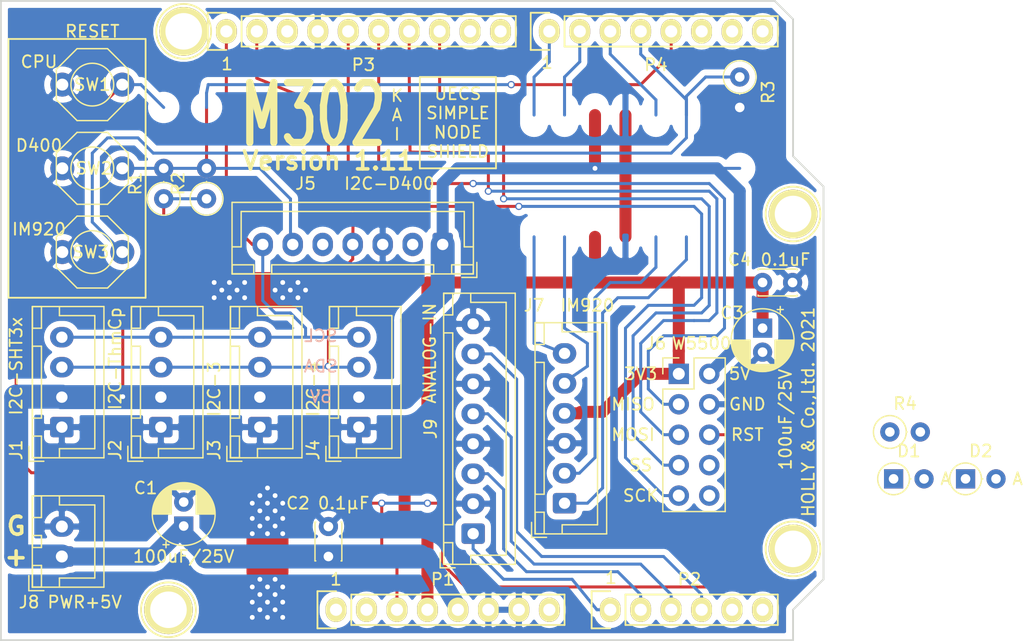
<source format=kicad_pcb>
(kicad_pcb (version 20171130) (host pcbnew 5.1.6-c6e7f7d~87~ubuntu18.04.1)
  (title_block (date "lun. 30 mars 2015"))
  (layers (0 F.Cu signal) (31 B.Cu signal) (34 B.Paste user hide) (35 F.Paste user hide) (36 B.SilkS user) (37 F.SilkS user) (38 B.Mask user) (39 F.Mask user) (44 Edge.Cuts user))
  (net 0 "")
  (net 1 /Reset)
  (net 2 +5V)
  (net 3 GND)
  (net 4 /AREF)
  (net 5 "/A4(SDA)")
  (net 6 "/A5(SCL)")
  (net 7 "/9(**)")
  (net 8 /8)
  (net 9 /7)
  (net 10 "/6(**)")
  (net 11 "/5(**)")
  (net 12 /4)
  (net 13 "/3(**)")
  (net 14 /2)
  (net 15 "/1(Tx)")
  (net 16 "/0(Rx)")
  (net 17 "Net-(P5-Pad1)")
  (net 18 "Net-(P6-Pad1)")
  (net 19 "Net-(P7-Pad1)")
  (net 20 "Net-(P8-Pad1)")
  (net 21 "/13(SCK)")
  (net 22 "/10(**/SS)")
  (net 23 "Net-(P1-Pad1)")
  (net 24 +3V3)
  (net 25 "/12(MISO)")
  (net 26 "/11(**/MOSI)")
  (net 27 "Net-(J5-Pad5)")
  (net 28 "Net-(J5-Pad2)")
  (net 29 "Net-(J6-Pad10)")
  (net 30 "Net-(J6-Pad8)")
  (net 31 "Net-(P1-Pad8)")
  (net 32 "Net-(J9-Pad7)")
  (net 33 "Net-(J9-Pad5)")
  (net 34 "Net-(J9-Pad3)")
  (net 35 "Net-(J9-Pad1)")
  (net 36 "Net-(P2-Pad5)")
  (net 37 "Net-(P2-Pad6)")
  (net 38 "Net-(D1-Pad2)")
  (net 39 "Net-(D2-Pad2)")
  (net 40 "Net-(P1-Pad2)")
  (module Resistor_THT:R_Axial_DIN0207_L6.3mm_D2.5mm_P2.54mm_Vertical (layer F.Cu) (at 185.108629 108.991629)
    (fp_text reference R4 (at 1.27 -2.37) (layer F.SilkS))
    (fp_text value 10k)
    (pad 2 thru_hole oval (at 2.54 0) (size 1.6 1.6) (drill 0.8) (layers *.Cu *.Mask) (net 24 +3V3))
    (pad 1 thru_hole circle (at 0 0) (size 1.6 1.6) (drill 0.8) (layers *.Cu *.Mask) (net 39 "Net-(D2-Pad2)"))
  )
  (module Resistor_THT:R_Axial_DIN0207_L6.3mm_D2.5mm_P2.54mm_Vertical (layer F.Cu) (at 172.593 79.375 270)
    (fp_text reference R3 (at 1.27 -2.37 90) (layer F.SilkS))
    (fp_text value 10k)
    (pad 2 thru_hole oval (at 2.54 0 270) (size 1.6 1.6) (drill 0.8) (layers *.Cu *.Mask) (net 24 +3V3))
    (pad 1 thru_hole circle (at 0 0 270) (size 1.6 1.6) (drill 0.8) (layers *.Cu *.Mask) (net 38 "Net-(D1-Pad2)"))
  )
  (module Resistor_THT:R_Axial_DIN0207_L6.3mm_D2.5mm_P2.54mm_Vertical (layer F.Cu) (at 128.143 89.535 90)
    (fp_text reference R2 (at 1.27 -2.37 90) (layer F.SilkS))
    (fp_text value 10k)
    (pad 2 thru_hole oval (at 2.54 0 90) (size 1.6 1.6) (drill 0.8) (layers *.Cu *.Mask) (net 13 "/3(**)"))
    (pad 1 thru_hole circle (at 0 0 90) (size 1.6 1.6) (drill 0.8) (layers *.Cu *.Mask) (net 2 +5V))
  )
  (module Resistor_THT:R_Axial_DIN0207_L6.3mm_D2.5mm_P2.54mm_Vertical (layer F.Cu) (at 124.571835 89.535 90)
    (fp_text reference R1 (at 1.27 -2.37 90) (layer F.SilkS))
    (fp_text value 10k)
    (pad 2 thru_hole oval (at 2.54 0 90) (size 1.6 1.6) (drill 0.8) (layers *.Cu *.Mask) (net 1 /Reset))
    (pad 1 thru_hole circle (at 0 0 90) (size 1.6 1.6) (drill 0.8) (layers *.Cu *.Mask) (net 2 +5V))
  )
  (module Diode_THT:D_DO-35_SOD27_P2.54mm_Vertical_AnodeUp (layer F.Cu) (at 191.42 112.903)
    (fp_text reference D2 (at 1.27 -2.326371) (layer F.SilkS))
    (fp_text value 1N4148)
    (fp_text user A (at 4.34 0) (layer F.SilkS))
    (pad 2 thru_hole oval (at 2.54 0) (size 1.6 1.6) (drill 0.8) (layers *.Cu *.Mask) (net 39 "Net-(D2-Pad2)"))
    (pad 1 thru_hole rect (at 0 0) (size 1.6 1.6) (drill 0.8) (layers *.Cu *.Mask) (net 12 /4))
  )
  (module Diode_THT:D_DO-35_SOD27_P2.54mm_Vertical_AnodeUp (layer F.Cu) (at 185.42 112.903)
    (fp_text reference D1 (at 1.27 -2.326371) (layer F.SilkS))
    (fp_text value 1N4148)
    (fp_text user A (at 4.34 0) (layer F.SilkS))
    (pad 2 thru_hole oval (at 2.54 0) (size 1.6 1.6) (drill 0.8) (layers *.Cu *.Mask) (net 38 "Net-(D1-Pad2)"))
    (pad 1 thru_hole rect (at 0 0) (size 1.6 1.6) (drill 0.8) (layers *.Cu *.Mask) (net 9 /7))
  )
  (module Capacitor_THT:C_Disc_D3.0mm_W2.0mm_P2.50mm (layer F.Cu) (at 174.498 96.52)
    (fp_text reference C4 (at -1.905 -1.905) (layer F.SilkS))
    (fp_text value 0.1uF (at 1.905 -1.905) (layer F.SilkS))
    (pad 2 thru_hole circle (at 2.5 0) (size 1.6 1.6) (drill 0.8) (layers *.Cu *.Mask) (net 3 GND))
    (pad 1 thru_hole circle (at 0 0) (size 1.6 1.6) (drill 0.8) (layers *.Cu *.Mask) (net 24 +3V3))
  )
  (module Capacitor_THT:CP_Radial_D5.0mm_P2.00mm (layer F.Cu) (at 174.498 100.33 270)
    (fp_text reference C3 (at -1.27 2.54 180) (layer F.SilkS))
    (fp_text value 100uF/25V (at 7.62 -1.905 90) (layer F.SilkS))
    (pad 2 thru_hole circle (at 2 0 270) (size 1.6 1.6) (drill 0.8) (layers *.Cu *.Mask) (net 3 GND))
    (pad 1 thru_hole rect (at 0 0 270) (size 1.6 1.6) (drill 0.8) (layers *.Cu *.Mask) (net 24 +3V3))
  )
  (module Capacitor_THT:C_Disc_D3.0mm_W2.0mm_P2.50mm (layer F.Cu) (at 138.303 119.38 90)
    (fp_text reference C2 (at 4.445 -2.54 180) (layer F.SilkS))
    (fp_text value 0.1μF (at 4.445 1.27 180) (layer F.SilkS))
    (pad 2 thru_hole circle (at 2.5 0 90) (size 1.6 1.6) (drill 0.8) (layers *.Cu *.Mask) (net 3 GND))
    (pad 1 thru_hole circle (at 0 0 90) (size 1.6 1.6) (drill 0.8) (layers *.Cu *.Mask) (net 2 +5V))
  )
  (module Connector_JST:JST_XH_B8B-XH-A_1x08_P2.50mm_Vertical (layer F.Cu) (at 150.368 117.475 90)
    (fp_text reference J9 (at 8.75 -3.55 90) (layer F.SilkS))
    (fp_text value ANALOG-IN (at 15.0495 -3.6195 90) (layer F.SilkS))
    (pad 8 thru_hole oval (at 17.5 0 90) (size 1.7 1.95) (drill 0.95) (layers *.Cu *.Mask) (net 3 GND))
    (pad 7 thru_hole oval (at 15 0 90) (size 1.7 1.95) (drill 0.95) (layers *.Cu *.Mask) (net 32 "Net-(J9-Pad7)"))
    (pad 6 thru_hole oval (at 12.5 0 90) (size 1.7 1.95) (drill 0.95) (layers *.Cu *.Mask) (net 3 GND))
    (pad 5 thru_hole oval (at 10 0 90) (size 1.7 1.95) (drill 0.95) (layers *.Cu *.Mask) (net 33 "Net-(J9-Pad5)"))
    (pad 4 thru_hole oval (at 7.5 0 90) (size 1.7 1.95) (drill 0.95) (layers *.Cu *.Mask) (net 3 GND))
    (pad 3 thru_hole oval (at 5 0 90) (size 1.7 1.95) (drill 0.95) (layers *.Cu *.Mask) (net 34 "Net-(J9-Pad3)"))
    (pad 2 thru_hole oval (at 2.5 0 90) (size 1.7 1.95) (drill 0.95) (layers *.Cu *.Mask) (net 3 GND))
    (pad 1 thru_hole roundrect (at 0 0 90) (size 1.7 1.95) (drill 0.95) (layers *.Cu *.Mask) (roundrect_rratio 0.147059) (net 35 "Net-(J9-Pad1)"))
  )
  (module Connector_JST:JST_XH_B7B-XH-A_1x07_P2.50mm_Vertical (layer F.Cu) (at 147.828 93.345 180)
    (fp_text reference J5 (at 11.43 5.08) (layer F.SilkS))
    (fp_text value I2C-D400 (at 4.445 5.08) (layer F.SilkS))
    (pad 7 thru_hole oval (at 15 0 180) (size 1.7 1.95) (drill 0.95) (layers *.Cu *.Mask) (net 6 "/A5(SCL)"))
    (pad 6 thru_hole oval (at 12.5 0 180) (size 1.7 1.95) (drill 0.95) (layers *.Cu *.Mask) (net 13 "/3(**)"))
    (pad 5 thru_hole oval (at 10 0 180) (size 1.7 1.95) (drill 0.95) (layers *.Cu *.Mask) (net 27 "Net-(J5-Pad5)"))
    (pad 4 thru_hole oval (at 7.5 0 180) (size 1.7 1.95) (drill 0.95) (layers *.Cu *.Mask) (net 5 "/A4(SDA)"))
    (pad 3 thru_hole oval (at 5 0 180) (size 1.7 1.95) (drill 0.95) (layers *.Cu *.Mask) (net 3 GND))
    (pad 2 thru_hole oval (at 2.5 0 180) (size 1.7 1.95) (drill 0.95) (layers *.Cu *.Mask) (net 28 "Net-(J5-Pad2)"))
    (pad 1 thru_hole roundrect (at 0 0 180) (size 1.7 1.95) (drill 0.95) (layers *.Cu *.Mask) (roundrect_rratio 0.147059) (net 2 +5V))
  )
  (module HOLLY:TVDT18-050 (layer F.Cu) (at 118.618 93.98 180)
    (fp_text reference SW3 (at 0.127 0) (layer F.SilkS))
    (fp_text value IM920 (at 4.445 1.905) (layer F.SilkS))
    (pad 2 thru_hole circle (at 2.5 0 180) (size 2 2) (drill 1) (layers *.Cu *.Mask) (net 3 GND))
    (pad 1 thru_hole circle (at -2.5 0 180) (size 2 2) (drill 1) (layers *.Cu *.Mask) (net 39 "Net-(D2-Pad2)"))
  )
  (module Connector_JST:JST_XH_B2B-XH-A_1x02_P2.50mm_Vertical (layer F.Cu) (at 116.078 119.38 90)
    (fp_text reference J8 (at -3.81 -2.7305 180) (layer F.SilkS))
    (fp_text value PWR+5V (at -3.81 1.905 180) (layer F.SilkS))
    (pad 2 thru_hole oval (at 2.5 0 90) (size 1.7 2) (drill 1) (layers *.Cu *.Mask) (net 3 GND))
    (pad 1 thru_hole roundrect (at 0 0 90) (size 1.7 2) (drill 1) (layers *.Cu *.Mask) (roundrect_rratio 0.147059) (net 2 +5V))
  )
  (module Capacitor_THT:CP_Radial_D5.0mm_P2.00mm (layer F.Cu) (at 126.238 116.84 90)
    (fp_text reference C1 (at 3.175 -3.175 180) (layer F.SilkS))
    (fp_text value 100uF/25V (at -2.54 0 180) (layer F.SilkS))
    (pad 2 thru_hole circle (at 2 0 90) (size 1.6 1.6) (drill 0.8) (layers *.Cu *.Mask) (net 3 GND))
    (pad 1 thru_hole rect (at 0 0 90) (size 1.6 1.6) (drill 0.8) (layers *.Cu *.Mask) (net 2 +5V))
  )
  (module Connector_JST:JST_XH_B6B-XH-A_1x06_P2.50mm_Vertical (layer F.Cu) (at 157.988 114.935 90)
    (fp_text reference J7 (at 16.51 -2.54 180) (layer F.SilkS))
    (fp_text value IM920 (at 16.51 1.905 180) (layer F.SilkS))
    (pad 6 thru_hole oval (at 12.5 0 90) (size 1.7 1.95) (drill 0.95) (layers *.Cu *.Mask) (net 38 "Net-(D1-Pad2)"))
    (pad 5 thru_hole oval (at 10 0 90) (size 1.7 1.95) (drill 0.95) (layers *.Cu *.Mask) (net 10 "/6(**)"))
    (pad 4 thru_hole oval (at 7.5 0 90) (size 1.7 1.95) (drill 0.95) (layers *.Cu *.Mask) (net 24 +3V3))
    (pad 3 thru_hole oval (at 5 0 90) (size 1.7 1.95) (drill 0.95) (layers *.Cu *.Mask) (net 3 GND))
    (pad 2 thru_hole oval (at 2.5 0 90) (size 1.7 1.95) (drill 0.95) (layers *.Cu *.Mask) (net 11 "/5(**)"))
    (pad 1 thru_hole roundrect (at 0 0 90) (size 1.7 1.95) (drill 0.95) (layers *.Cu *.Mask) (roundrect_rratio 0.147059) (net 39 "Net-(D2-Pad2)"))
  )
  (module Connector_PinHeader_2.54mm:PinHeader_2x05_P2.54mm_Vertical (layer F.Cu) (at 167.513 104.14)
    (fp_text reference J6 (at -1.905 -2.54) (layer F.SilkS))
    (fp_text value W5500 (at 1.905 -2.54) (layer F.SilkS))
    (pad 10 thru_hole oval (at 2.54 10.16) (size 1.7 1.7) (drill 1) (layers *.Cu *.Mask) (net 29 "Net-(J6-Pad10)"))
    (pad 9 thru_hole oval (at 0 10.16) (size 1.7 1.7) (drill 1) (layers *.Cu *.Mask) (net 21 "/13(SCK)"))
    (pad 8 thru_hole oval (at 2.54 7.62) (size 1.7 1.7) (drill 1) (layers *.Cu *.Mask) (net 30 "Net-(J6-Pad8)"))
    (pad 7 thru_hole oval (at 0 7.62) (size 1.7 1.7) (drill 1) (layers *.Cu *.Mask) (net 22 "/10(**/SS)"))
    (pad 6 thru_hole oval (at 2.54 5.08) (size 1.7 1.7) (drill 1) (layers *.Cu *.Mask) (net 1 /Reset))
    (pad 5 thru_hole oval (at 0 5.08) (size 1.7 1.7) (drill 1) (layers *.Cu *.Mask) (net 26 "/11(**/MOSI)"))
    (pad 4 thru_hole oval (at 2.54 2.54) (size 1.7 1.7) (drill 1) (layers *.Cu *.Mask) (net 3 GND))
    (pad 3 thru_hole oval (at 0 2.54) (size 1.7 1.7) (drill 1) (layers *.Cu *.Mask) (net 25 "/12(MISO)"))
    (pad 2 thru_hole oval (at 2.54 0) (size 1.7 1.7) (drill 1) (layers *.Cu *.Mask) (net 2 +5V))
    (pad 1 thru_hole rect (at 0 0) (size 1.7 1.7) (drill 1) (layers *.Cu *.Mask) (net 24 +3V3))
  )
  (module HOLLY:TVDT18-050 (layer F.Cu) (at 118.618 80.01)
    (fp_text reference SW1 (at 0 0) (layer F.SilkS))
    (fp_text value CPU (at -4.445 -1.905) (layer F.SilkS))
    (pad 2 thru_hole circle (at 2.5 0) (size 2 2) (drill 1) (layers *.Cu *.Mask) (net 1 /Reset))
    (pad 1 thru_hole circle (at -2.5 0) (size 2 2) (drill 1) (layers *.Cu *.Mask) (net 3 GND))
  )
  (module HOLLY:TVDT18-050 (layer F.Cu) (at 118.618 86.995)
    (fp_text reference SW2 (at 0.127 0) (layer F.SilkS))
    (fp_text value D400 (at -4.445 -1.905) (layer F.SilkS))
    (pad 2 thru_hole circle (at 2.5 0) (size 2 2) (drill 1) (layers *.Cu *.Mask) (net 13 "/3(**)"))
    (pad 1 thru_hole circle (at -2.5 0) (size 2 2) (drill 1) (layers *.Cu *.Mask) (net 3 GND))
  )
  (module Socket_Arduino_Uno:Socket_Strip_Arduino_1x08 (layer F.Cu) (at 138.938 123.825)
    (fp_text reference P1 (at 8.89 -2.54) (layer F.SilkS))
    (fp_text value Power)
    (pad 1 thru_hole oval (at 0 0) (size 1.7272 2.032) (drill 1.016) (layers *.Cu *.Mask F.SilkS) (net 23 "Net-(P1-Pad1)"))
    (pad 2 thru_hole oval (at 2.54 0) (size 1.7272 2.032) (drill 1.016) (layers *.Cu *.Mask F.SilkS) (net 40 "Net-(P1-Pad2)"))
    (pad 3 thru_hole oval (at 5.08 0) (size 1.7272 2.032) (drill 1.016) (layers *.Cu *.Mask F.SilkS) (net 1 /Reset))
    (pad 4 thru_hole oval (at 7.62 0) (size 1.7272 2.032) (drill 1.016) (layers *.Cu *.Mask F.SilkS) (net 24 +3V3))
    (pad 5 thru_hole oval (at 10.16 0) (size 1.7272 2.032) (drill 1.016) (layers *.Cu *.Mask F.SilkS) (net 2 +5V))
    (pad 6 thru_hole oval (at 12.7 0) (size 1.7272 2.032) (drill 1.016) (layers *.Cu *.Mask F.SilkS) (net 3 GND))
    (pad 7 thru_hole oval (at 15.24 0) (size 1.7272 2.032) (drill 1.016) (layers *.Cu *.Mask F.SilkS) (net 3 GND))
    (pad 8 thru_hole oval (at 17.78 0) (size 1.7272 2.032) (drill 1.016) (layers *.Cu *.Mask F.SilkS) (net 31 "Net-(P1-Pad8)"))
  )
  (module Socket_Arduino_Uno:Socket_Strip_Arduino_1x06 (layer F.Cu) (at 161.798 123.825)
    (fp_text reference P2 (at 6.604 -2.54) (layer F.SilkS))
    (fp_text value Analog)
    (pad 1 thru_hole oval (at 0 0) (size 1.7272 2.032) (drill 1.016) (layers *.Cu *.Mask F.SilkS) (net 35 "Net-(J9-Pad1)"))
    (pad 2 thru_hole oval (at 2.54 0) (size 1.7272 2.032) (drill 1.016) (layers *.Cu *.Mask F.SilkS) (net 34 "Net-(J9-Pad3)"))
    (pad 3 thru_hole oval (at 5.08 0) (size 1.7272 2.032) (drill 1.016) (layers *.Cu *.Mask F.SilkS) (net 33 "Net-(J9-Pad5)"))
    (pad 4 thru_hole oval (at 7.62 0) (size 1.7272 2.032) (drill 1.016) (layers *.Cu *.Mask F.SilkS) (net 32 "Net-(J9-Pad7)"))
    (pad 5 thru_hole oval (at 10.16 0) (size 1.7272 2.032) (drill 1.016) (layers *.Cu *.Mask F.SilkS) (net 36 "Net-(P2-Pad5)"))
    (pad 6 thru_hole oval (at 12.7 0) (size 1.7272 2.032) (drill 1.016) (layers *.Cu *.Mask F.SilkS) (net 37 "Net-(P2-Pad6)"))
  )
  (module Socket_Arduino_Uno:Socket_Strip_Arduino_1x10 (layer F.Cu) (at 129.794 75.565)
    (fp_text reference P3 (at 11.43 2.794) (layer F.SilkS))
    (fp_text value Digital)
    (pad 1 thru_hole oval (at 0 0) (size 1.7272 2.032) (drill 1.016) (layers *.Cu *.Mask F.SilkS) (net 6 "/A5(SCL)"))
    (pad 2 thru_hole oval (at 2.54 0) (size 1.7272 2.032) (drill 1.016) (layers *.Cu *.Mask F.SilkS) (net 5 "/A4(SDA)"))
    (pad 3 thru_hole oval (at 5.08 0) (size 1.7272 2.032) (drill 1.016) (layers *.Cu *.Mask F.SilkS) (net 4 /AREF))
    (pad 4 thru_hole oval (at 7.62 0) (size 1.7272 2.032) (drill 1.016) (layers *.Cu *.Mask F.SilkS) (net 3 GND))
    (pad 5 thru_hole oval (at 10.16 0) (size 1.7272 2.032) (drill 1.016) (layers *.Cu *.Mask F.SilkS) (net 21 "/13(SCK)"))
    (pad 6 thru_hole oval (at 12.7 0) (size 1.7272 2.032) (drill 1.016) (layers *.Cu *.Mask F.SilkS) (net 25 "/12(MISO)"))
    (pad 7 thru_hole oval (at 15.24 0) (size 1.7272 2.032) (drill 1.016) (layers *.Cu *.Mask F.SilkS) (net 26 "/11(**/MOSI)"))
    (pad 8 thru_hole oval (at 17.78 0) (size 1.7272 2.032) (drill 1.016) (layers *.Cu *.Mask F.SilkS) (net 22 "/10(**/SS)"))
    (pad 9 thru_hole oval (at 20.32 0) (size 1.7272 2.032) (drill 1.016) (layers *.Cu *.Mask F.SilkS) (net 7 "/9(**)"))
    (pad 10 thru_hole oval (at 22.86 0) (size 1.7272 2.032) (drill 1.016) (layers *.Cu *.Mask F.SilkS) (net 8 /8))
  )
  (module Socket_Arduino_Uno:Socket_Strip_Arduino_1x08 (layer F.Cu) (at 156.718 75.565)
    (fp_text reference P4 (at 8.89 2.794) (layer F.SilkS))
    (fp_text value Digital)
    (pad 1 thru_hole oval (at 0 0) (size 1.7272 2.032) (drill 1.016) (layers *.Cu *.Mask F.SilkS) (net 9 /7))
    (pad 2 thru_hole oval (at 2.54 0) (size 1.7272 2.032) (drill 1.016) (layers *.Cu *.Mask F.SilkS) (net 10 "/6(**)"))
    (pad 3 thru_hole oval (at 5.08 0) (size 1.7272 2.032) (drill 1.016) (layers *.Cu *.Mask F.SilkS) (net 11 "/5(**)"))
    (pad 4 thru_hole oval (at 7.62 0) (size 1.7272 2.032) (drill 1.016) (layers *.Cu *.Mask F.SilkS) (net 12 /4))
    (pad 5 thru_hole oval (at 10.16 0) (size 1.7272 2.032) (drill 1.016) (layers *.Cu *.Mask F.SilkS) (net 13 "/3(**)"))
    (pad 6 thru_hole oval (at 12.7 0) (size 1.7272 2.032) (drill 1.016) (layers *.Cu *.Mask F.SilkS) (net 14 /2))
    (pad 7 thru_hole oval (at 15.24 0) (size 1.7272 2.032) (drill 1.016) (layers *.Cu *.Mask F.SilkS) (net 15 "/1(Tx)"))
    (pad 8 thru_hole oval (at 17.78 0) (size 1.7272 2.032) (drill 1.016) (layers *.Cu *.Mask F.SilkS) (net 16 "/0(Rx)"))
  )
  (module Socket_Arduino_Uno:Arduino_1pin (layer F.Cu) (at 124.968 123.825)
    (fp_text reference P5 hide)
    (fp_text value CONN_01X01 hide)
    (pad 1 thru_hole circle (at 0 0) (size 4.064 4.064) (drill 3.048) (layers *.Cu *.Mask F.SilkS) (net 17 "Net-(P5-Pad1)"))
  )
  (module Socket_Arduino_Uno:Arduino_1pin (layer F.Cu) (at 177.038 118.745)
    (fp_text reference P6 hide)
    (fp_text value CONN_01X01 hide)
    (pad 1 thru_hole circle (at 0 0) (size 4.064 4.064) (drill 3.048) (layers *.Cu *.Mask F.SilkS) (net 18 "Net-(P6-Pad1)"))
  )
  (module Socket_Arduino_Uno:Arduino_1pin (layer F.Cu) (at 126.238 75.565)
    (fp_text reference P7 hide)
    (fp_text value CONN_01X01 hide)
    (pad 1 thru_hole circle (at 0 0) (size 4.064 4.064) (drill 3.048) (layers *.Cu *.Mask F.SilkS) (net 19 "Net-(P7-Pad1)"))
  )
  (module Socket_Arduino_Uno:Arduino_1pin (layer F.Cu) (at 177.038 90.805)
    (fp_text reference P8 hide)
    (fp_text value CONN_01X01 hide)
    (pad 1 thru_hole circle (at 0 0) (size 4.064 4.064) (drill 3.048) (layers *.Cu *.Mask F.SilkS) (net 20 "Net-(P8-Pad1)"))
  )
  (module Connector_JST:JST_XH_B4B-XH-A_1x04_P2.50mm_Vertical (layer F.Cu) (at 116.078 108.585 90)
    (fp_text reference J1 (at -1.905 -3.81 90) (layer F.SilkS))
    (fp_text value I2C-SHT3x (at 5.08 -3.81 90) (layer F.SilkS))
    (pad 4 thru_hole oval (at 7.5 0 90) (size 1.7 1.95) (drill 0.95) (layers *.Cu *.Mask) (net 6 "/A5(SCL)"))
    (pad 3 thru_hole oval (at 5 0 90) (size 1.7 1.95) (drill 0.95) (layers *.Cu *.Mask) (net 5 "/A4(SDA)"))
    (pad 2 thru_hole oval (at 2.5 0 90) (size 1.7 1.95) (drill 0.95) (layers *.Cu *.Mask) (net 2 +5V))
    (pad 1 thru_hole roundrect (at 0 0 90) (size 1.7 1.95) (drill 0.95) (layers *.Cu *.Mask) (roundrect_rratio 0.147059) (net 3 GND))
  )
  (module Connector_JST:JST_XH_B4B-XH-A_1x04_P2.50mm_Vertical (layer F.Cu) (at 124.333 108.585 90)
    (fp_text reference J2 (at -1.905 -3.81 90) (layer F.SilkS))
    (fp_text value I2C-ThmCp (at 5.715 -3.81 90) (layer F.SilkS))
    (pad 1 thru_hole roundrect (at 0 0 90) (size 1.7 1.95) (drill 0.95) (layers *.Cu *.Mask) (roundrect_rratio 0.147059) (net 3 GND))
    (pad 2 thru_hole oval (at 2.5 0 90) (size 1.7 1.95) (drill 0.95) (layers *.Cu *.Mask) (net 2 +5V))
    (pad 3 thru_hole oval (at 5 0 90) (size 1.7 1.95) (drill 0.95) (layers *.Cu *.Mask) (net 5 "/A4(SDA)"))
    (pad 4 thru_hole oval (at 7.5 0 90) (size 1.7 1.95) (drill 0.95) (layers *.Cu *.Mask) (net 6 "/A5(SCL)"))
  )
  (module Connector_JST:JST_XH_B4B-XH-A_1x04_P2.50mm_Vertical (layer F.Cu) (at 132.588 108.585 90)
    (fp_text reference J3 (at -1.905 -3.81 90) (layer F.SilkS))
    (fp_text value I2C-3 (at 3.175 -3.81 90) (layer F.SilkS))
    (pad 4 thru_hole oval (at 7.5 0 90) (size 1.7 1.95) (drill 0.95) (layers *.Cu *.Mask) (net 6 "/A5(SCL)"))
    (pad 3 thru_hole oval (at 5 0 90) (size 1.7 1.95) (drill 0.95) (layers *.Cu *.Mask) (net 5 "/A4(SDA)"))
    (pad 2 thru_hole oval (at 2.5 0 90) (size 1.7 1.95) (drill 0.95) (layers *.Cu *.Mask) (net 2 +5V))
    (pad 1 thru_hole roundrect (at 0 0 90) (size 1.7 1.95) (drill 0.95) (layers *.Cu *.Mask) (roundrect_rratio 0.147059) (net 3 GND))
  )
  (module Connector_JST:JST_XH_B4B-XH-A_1x04_P2.50mm_Vertical (layer F.Cu) (at 140.843 108.585 90)
    (fp_text reference J4 (at -1.905 -3.81 90) (layer F.SilkS))
    (fp_text value I2C-4 (at 3.175 -3.81 90) (layer F.SilkS))
    (pad 1 thru_hole roundrect (at 0 0 90) (size 1.7 1.95) (drill 0.95) (layers *.Cu *.Mask) (roundrect_rratio 0.147059) (net 3 GND))
    (pad 2 thru_hole oval (at 2.5 0 90) (size 1.7 1.95) (drill 0.95) (layers *.Cu *.Mask) (net 2 +5V))
    (pad 3 thru_hole oval (at 5 0 90) (size 1.7 1.95) (drill 0.95) (layers *.Cu *.Mask) (net 5 "/A4(SDA)"))
    (pad 4 thru_hole oval (at 7.5 0 90) (size 1.7 1.95) (drill 0.95) (layers *.Cu *.Mask) (net 6 "/A5(SCL)"))
  )
  (gr_text "Version 1.11" (at 138.303 86.36) (layer F.SilkS) (effects (font (size 1.5 1.5) (thickness 0.3))))
  (gr_line (start 145.923 86.995) (end 145.923 79.375) (layer F.SilkS) (width 0.15))
  (gr_line (start 152.273 86.995) (end 145.923 86.995) (layer F.SilkS) (width 0.15))
  (gr_line (start 152.273 79.375) (end 152.273 86.995) (layer F.SilkS) (width 0.15))
  (gr_line (start 145.923 79.375) (end 152.273 79.375) (layer F.SilkS) (width 0.15))
  (gr_text "K\nA\nI" (at 144.018 82.55) (layer F.SilkS) (effects (font (size 1 1))))
  (gr_text 1 (at 129.8575 78.2955) (layer F.SilkS) (effects (font (size 1 1))))
  (gr_text 1 (at 156.5275 78.1685) (layer F.SilkS) (effects (font (size 1 1))))
  (gr_text 1 (at 161.8615 121.158) (layer F.SilkS) (effects (font (size 1 1))))
  (gr_text 5V (at 137.668 106.045) (layer B.SilkS) (effects (font (size 1 1)) (justify mirror)))
  (gr_text SDA (at 137.668 103.505) (layer B.SilkS) (effects (font (size 1 1)) (justify mirror)))
  (gr_text SCL (at 137.668 100.965) (layer B.SilkS) (effects (font (size 1 1)) (justify mirror)))
  (gr_text "UECS\nSIMPLE\nNODE\nSHIELD" (at 149.098 83.185) (layer F.SilkS) (effects (font (size 1 1))))
  (gr_text 3V3 (at 164.338 104.14) (layer F.SilkS) (effects (font (size 1 1))))
  (gr_text MISO (at 163.703 106.68) (layer F.SilkS) (effects (font (size 1 1))))
  (gr_text MOSI (at 163.703 109.22) (layer F.SilkS) (effects (font (size 1 1))))
  (gr_text SS (at 164.338 111.76) (layer F.SilkS) (effects (font (size 1 1))))
  (gr_text SCK (at 164.338 114.3) (layer F.SilkS) (effects (font (size 1 1))))
  (gr_text RST (at 173.228 109.22) (layer F.SilkS) (effects (font (size 1 1))))
  (gr_text GND (at 173.228 106.68) (layer F.SilkS) (effects (font (size 1 1))))
  (gr_text 5V (at 172.593 104.14) (layer F.SilkS) (effects (font (size 1 1))))
  (gr_text "HOLLY & Co.,Ltd. 2021" (at 178.308 107.315 90) (layer F.SilkS) (effects (font (size 1 1))))
  (gr_text M302 (at 137.033 82.55) (layer F.SilkS) (effects (font (size 5 3) (thickness 0.6))))
  (gr_text RESET (at 118.618 75.565) (layer F.SilkS) (effects (font (size 1 1))))
  (gr_line (start 111.633 97.79) (end 111.633 76.2) (layer F.SilkS) (width 0.15))
  (gr_line (start 123.063 97.79) (end 111.633 97.79) (layer F.SilkS) (width 0.15))
  (gr_line (start 123.063 76.2) (end 123.063 97.79) (layer F.SilkS) (width 0.15))
  (gr_line (start 111.633 76.2) (end 123.063 76.2) (layer F.SilkS) (width 0.15))
  (gr_text G (at 112.268 116.84) (layer F.SilkS) (effects (font (size 1.5 1.5) (thickness 0.3))))
  (gr_text + (at 112.268 119.38) (layer F.SilkS) (effects (font (size 1.5 1.5) (thickness 0.3))))
  (gr_text 1 (at 138.938 121.285) (layer F.SilkS) (effects (font (size 1 1))))
  (gr_line (start 177.038 74.549) (end 175.514 73.025) (angle 90) (layer Edge.Cuts) (width 0.15))
  (gr_line (start 177.038 85.979) (end 177.038 74.549) (angle 90) (layer Edge.Cuts) (width 0.15))
  (gr_line (start 179.578 88.519) (end 177.038 85.979) (angle 90) (layer Edge.Cuts) (width 0.15))
  (gr_line (start 179.578 121.285) (end 179.578 88.519) (angle 90) (layer Edge.Cuts) (width 0.15))
  (gr_line (start 177.038 123.825) (end 179.578 121.285) (angle 90) (layer Edge.Cuts) (width 0.15))
  (gr_line (start 177.038 126.365) (end 177.038 123.825) (angle 90) (layer Edge.Cuts) (width 0.15))
  (gr_line (start 110.998 126.365) (end 177.038 126.365) (angle 90) (layer Edge.Cuts) (width 0.15))
  (gr_line (start 110.998 73.025) (end 110.998 126.365) (angle 90) (layer Edge.Cuts) (width 0.15))
  (gr_line (start 175.514 73.025) (end 110.998 73.025) (angle 90) (layer Edge.Cuts) (width 0.15))
  (segment (start 142.748 118.745) (end 142.748 114.935) (width 0.25) (layer F.Cu) (net 1))
  (segment (start 122.666835 80.01) (end 124.571835 81.915) (width 0.25) (layer B.Cu) (net 1))
  (segment (start 121.118 80.01) (end 122.666835 80.01) (width 0.25) (layer B.Cu) (net 1))
  (segment (start 144.018 119.38) (end 142.748 118.745) (width 0.25) (layer F.Cu) (net 1))
  (segment (start 144.018 123.825) (end 144.018 119.38) (width 0.25) (layer F.Cu) (net 1))
  (segment (start 142.748 114.935) (end 142.748 114.935) (width 0.25) (layer F.Cu) (net 1))
  (via (at 142.748 114.935) (size 0.6) (drill 0.4) (layers F.Cu B.Cu) (net 1))
  (segment (start 142.748 114.935) (end 146.558 114.935) (width 0.25) (layer B.Cu) (net 1))
  (segment (start 146.558 114.935) (end 146.558 114.935) (width 0.25) (layer B.Cu) (net 1))
  (via (at 146.558 114.935) (size 0.6) (drill 0.4) (layers F.Cu B.Cu) (net 1))
  (segment (start 171.958 109.22) (end 170.053 109.22) (width 0.25) (layer F.Cu) (net 1))
  (segment (start 173.228 110.49) (end 171.958 109.22) (width 0.25) (layer F.Cu) (net 1))
  (segment (start 173.228 120.015) (end 173.228 110.49) (width 0.25) (layer F.Cu) (net 1))
  (segment (start 171.323 121.92) (end 173.228 120.015) (width 0.25) (layer F.Cu) (net 1))
  (segment (start 149.733 121.92) (end 171.323 121.92) (width 0.25) (layer F.Cu) (net 1))
  (segment (start 147.828 120.015) (end 149.733 121.92) (width 0.25) (layer F.Cu) (net 1))
  (segment (start 147.828 114.935) (end 147.828 120.015) (width 0.25) (layer F.Cu) (net 1))
  (segment (start 146.558 114.935) (end 147.828 114.935) (width 0.25) (layer F.Cu) (net 1))
  (segment (start 117.943 83.185) (end 121.118 80.01) (width 0.25) (layer F.Cu) (net 1))
  (segment (start 114.808 83.185) (end 117.943 83.185) (width 0.25) (layer F.Cu) (net 1))
  (segment (start 112.268 111.125) (end 112.268 85.725) (width 0.25) (layer F.Cu) (net 1))
  (segment (start 112.268 85.725) (end 114.808 83.185) (width 0.25) (layer F.Cu) (net 1))
  (segment (start 113.538 112.395) (end 112.268 111.125) (width 0.25) (layer F.Cu) (net 1))
  (segment (start 139.573 112.395) (end 113.538 112.395) (width 0.25) (layer F.Cu) (net 1))
  (segment (start 140.208 114.935) (end 139.573 112.395) (width 0.25) (layer F.Cu) (net 1))
  (segment (start 142.748 114.935) (end 140.208 114.935) (width 0.25) (layer F.Cu) (net 1))
  (segment (start 172.593 101.6) (end 170.053 104.14) (width 1) (layer B.Cu) (net 2))
  (segment (start 172.593 88.9) (end 172.593 101.6) (width 1) (layer B.Cu) (net 2))
  (segment (start 170.688 86.995) (end 172.593 88.9) (width 1) (layer B.Cu) (net 2))
  (segment (start 149.098 86.995) (end 170.688 86.995) (width 1) (layer B.Cu) (net 2))
  (segment (start 147.828 88.265) (end 149.098 86.995) (width 1) (layer B.Cu) (net 2))
  (segment (start 147.828 93.345) (end 147.828 88.265) (width 1) (layer B.Cu) (net 2))
  (segment (start 160.528 82.55) (end 160.528 86.995) (width 1) (layer F.Cu) (net 2))
  (segment (start 160.528 86.995) (end 160.528 86.995) (width 0.5) (layer F.Cu) (net 2))
  (via (at 160.528 86.995) (size 0.6) (drill 0.4) (layers F.Cu B.Cu) (net 2))
  (segment (start 136.398 106.085) (end 137.628 106.085) (width 0.5) (layer B.Cu) (net 2))
  (segment (start 123.698 119.38) (end 126.238 116.84) (width 1.5) (layer B.Cu) (net 2))
  (segment (start 116.078 119.38) (end 123.698 119.38) (width 1.5) (layer B.Cu) (net 2))
  (segment (start 126.238 116.84) (end 126.238 117.475) (width 1.5) (layer B.Cu) (net 2))
  (segment (start 126.238 117.475) (end 126.873 118.11) (width 1.5) (layer B.Cu) (net 2))
  (segment (start 126.873 118.11) (end 128.143 119.38) (width 1.5) (layer B.Cu) (net 2))
  (segment (start 124.571835 89.535) (end 124.571835 95.011165) (width 0.25) (layer F.Cu) (net 2))
  (segment (start 124.571835 95.011165) (end 121.158 98.425) (width 0.25) (layer F.Cu) (net 2))
  (segment (start 121.158 98.425) (end 121.158 106.045) (width 0.25) (layer F.Cu) (net 2))
  (segment (start 128.143 119.38) (end 145.923 119.38) (width 2) (layer B.Cu) (net 2))
  (segment (start 149.098 123.647769) (end 149.098 123.825) (width 1.5) (layer B.Cu) (net 2))
  (segment (start 146.558 119.38) (end 149.098 123.647769) (width 1.5) (layer B.Cu) (net 2))
  (segment (start 116.078 119.38) (end 112.27301 119.38) (width 2) (layer B.Cu) (net 2))
  (segment (start 112.27301 119.38) (end 112.27301 106.045) (width 2) (layer B.Cu) (net 2))
  (segment (start 116.038 106.045) (end 116.078 106.085) (width 2) (layer B.Cu) (net 2))
  (segment (start 112.27301 106.045) (end 116.038 106.045) (width 2) (layer B.Cu) (net 2))
  (segment (start 121.158 106.045) (end 121.158 106.045) (width 0.25) (layer F.Cu) (net 2))
  (via (at 121.158 106.045) (size 0.6) (drill 0.4) (layers F.Cu B.Cu) (net 2))
  (segment (start 125.703205 89.535) (end 127.508 89.535) (width 0.25) (layer B.Cu) (net 2))
  (segment (start 124.571835 89.535) (end 125.703205 89.535) (width 0.25) (layer B.Cu) (net 2))
  (segment (start 172.593 86.995) (end 170.688 86.995) (width 0.25) (layer B.Cu) (net 2))
  (segment (start 136.398 106.085) (end 140.843 106.085) (width 2) (layer B.Cu) (net 2))
  (segment (start 140.843 106.085) (end 144.613 106.085) (width 2) (layer B.Cu) (net 2))
  (segment (start 144.613 106.085) (end 145.288 105.41) (width 2) (layer B.Cu) (net 2))
  (segment (start 145.288 105.41) (end 145.288 99.695) (width 2) (layer B.Cu) (net 2))
  (segment (start 147.828 97.155) (end 147.828 93.345) (width 2) (layer B.Cu) (net 2))
  (segment (start 145.288 99.695) (end 147.828 97.155) (width 2) (layer B.Cu) (net 2))
  (segment (start 124.333 106.085) (end 136.398 106.085) (width 2) (layer B.Cu) (net 2))
  (segment (start 116.078 106.085) (end 124.333 106.085) (width 2) (layer B.Cu) (net 2))
  (segment (start 133.223 116.205) (end 133.223 116.205) (width 3) (layer F.Cu) (net 3))
  (segment (start 129.413 97.155) (end 129.413 97.155) (width 0.25) (layer F.Cu) (net 3))
  (segment (start 129.413 97.155) (end 135.763 97.155) (width 3) (layer F.Cu) (net 3))
  (via (at 129.413 97.155) (size 0.6) (drill 0.4) (layers F.Cu B.Cu) (net 3))
  (segment (start 135.763 97.155) (end 135.763 97.155) (width 0.25) (layer F.Cu) (net 3))
  (segment (start 163.068 82.55) (end 163.068 92.71) (width 1) (layer F.Cu) (net 3))
  (via (at 140.843 108.585) (size 0.6) (drill 0.4) (layers F.Cu B.Cu) (net 3))
  (via (at 130.683 97.155) (size 0.6) (drill 0.4) (layers F.Cu B.Cu) (net 3))
  (via (at 135.128 97.155) (size 0.6) (drill 0.4) (layers F.Cu B.Cu) (net 3))
  (segment (start 133.223 114.935) (end 133.223 120.65) (width 3.5) (layer F.Cu) (net 3))
  (via (at 133.223 116.205) (size 0.6) (drill 0.4) (layers F.Cu B.Cu) (net 3))
  (segment (start 133.223 121.92) (end 133.223 121.92) (width 3) (layer F.Cu) (net 3))
  (segment (start 133.223 121.92) (end 133.223 121.92) (width 3) (layer F.Cu) (net 3))
  (segment (start 133.223 121.92) (end 133.223 123.825) (width 3.5) (layer F.Cu) (net 3))
  (via (at 133.223 121.92) (size 0.6) (drill 0.4) (layers F.Cu B.Cu) (net 3))
  (via (at 133.858 115.57) (size 0.6) (drill 0.4) (layers F.Cu B.Cu) (net 3))
  (via (at 133.858 116.84) (size 0.6) (drill 0.4) (layers F.Cu B.Cu) (net 3))
  (via (at 132.588 116.84) (size 0.6) (drill 0.4) (layers F.Cu B.Cu) (net 3))
  (via (at 132.588 115.57) (size 0.6) (drill 0.4) (layers F.Cu B.Cu) (net 3))
  (via (at 133.223 117.475) (size 0.6) (drill 0.4) (layers F.Cu B.Cu) (net 3))
  (via (at 133.223 114.935) (size 0.6) (drill 0.4) (layers F.Cu B.Cu) (net 3))
  (via (at 133.858 121.285) (size 0.6) (drill 0.4) (layers F.Cu B.Cu) (net 3))
  (via (at 132.588 121.285) (size 0.6) (drill 0.4) (layers F.Cu B.Cu) (net 3))
  (via (at 131.953 121.92) (size 0.6) (drill 0.4) (layers F.Cu B.Cu) (net 3))
  (via (at 134.493 121.92) (size 0.6) (drill 0.4) (layers F.Cu B.Cu) (net 3))
  (via (at 133.858 122.555) (size 0.6) (drill 0.4) (layers F.Cu B.Cu) (net 3))
  (via (at 132.588 122.555) (size 0.6) (drill 0.4) (layers F.Cu B.Cu) (net 3))
  (via (at 131.953 123.19) (size 0.6) (drill 0.4) (layers F.Cu B.Cu) (net 3))
  (via (at 133.223 123.19) (size 0.6) (drill 0.4) (layers F.Cu B.Cu) (net 3))
  (via (at 134.493 123.19) (size 0.6) (drill 0.4) (layers F.Cu B.Cu) (net 3))
  (via (at 133.858 123.825) (size 0.6) (drill 0.4) (layers F.Cu B.Cu) (net 3))
  (via (at 132.588 123.825) (size 0.6) (drill 0.4) (layers F.Cu B.Cu) (net 3))
  (via (at 133.223 124.46) (size 0.6) (drill 0.4) (layers F.Cu B.Cu) (net 3))
  (via (at 134.493 124.46) (size 0.6) (drill 0.4) (layers F.Cu B.Cu) (net 3))
  (via (at 131.953 124.46) (size 0.6) (drill 0.4) (layers F.Cu B.Cu) (net 3))
  (via (at 131.953 116.205) (size 0.6) (drill 0.4) (layers F.Cu B.Cu) (net 3))
  (via (at 134.493 116.205) (size 0.6) (drill 0.4) (layers F.Cu B.Cu) (net 3))
  (via (at 134.493 117.475) (size 0.6) (drill 0.4) (layers F.Cu B.Cu) (net 3))
  (via (at 131.953 117.475) (size 0.6) (drill 0.4) (layers F.Cu B.Cu) (net 3))
  (via (at 132.588 114.3) (size 0.6) (drill 0.4) (layers F.Cu B.Cu) (net 3))
  (via (at 133.858 114.3) (size 0.6) (drill 0.4) (layers F.Cu B.Cu) (net 3))
  (via (at 134.493 114.935) (size 0.6) (drill 0.4) (layers F.Cu B.Cu) (net 3))
  (via (at 131.953 114.935) (size 0.6) (drill 0.4) (layers F.Cu B.Cu) (net 3))
  (via (at 133.223 113.665) (size 0.6) (drill 0.4) (layers F.Cu B.Cu) (net 3))
  (via (at 130.048 96.52) (size 0.6) (drill 0.4) (layers F.Cu B.Cu) (net 3))
  (via (at 131.318 96.52) (size 0.6) (drill 0.4) (layers F.Cu B.Cu) (net 3))
  (via (at 131.318 97.79) (size 0.6) (drill 0.4) (layers F.Cu B.Cu) (net 3))
  (via (at 130.048 97.79) (size 0.6) (drill 0.4) (layers F.Cu B.Cu) (net 3))
  (via (at 134.493 97.79) (size 0.6) (drill 0.4) (layers F.Cu B.Cu) (net 3))
  (via (at 134.493 96.52) (size 0.6) (drill 0.4) (layers F.Cu B.Cu) (net 3))
  (via (at 136.398 97.155) (size 0.6) (drill 0.4) (layers F.Cu B.Cu) (net 3))
  (via (at 135.763 97.79) (size 0.6) (drill 0.4) (layers F.Cu B.Cu) (net 3))
  (via (at 133.858 97.155) (size 0.6) (drill 0.4) (layers F.Cu B.Cu) (net 3))
  (via (at 128.778 96.52) (size 0.6) (drill 0.4) (layers F.Cu B.Cu) (net 3))
  (via (at 128.778 97.79) (size 0.6) (drill 0.4) (layers F.Cu B.Cu) (net 3))
  (via (at 135.763 96.52) (size 0.6) (drill 0.4) (layers F.Cu B.Cu) (net 3))
  (segment (start 136.398 103.585) (end 140.843 103.585) (width 0.25) (layer B.Cu) (net 5))
  (segment (start 116.078 103.585) (end 136.398 103.585) (width 0.25) (layer B.Cu) (net 5))
  (segment (start 140.328 94.57) (end 139.648 95.25) (width 0.25) (layer F.Cu) (net 5))
  (segment (start 140.328 93.345) (end 140.328 94.57) (width 0.25) (layer F.Cu) (net 5))
  (segment (start 139.648 95.25) (end 139.648 96.445) (width 0.25) (layer F.Cu) (net 5))
  (segment (start 139.648 96.445) (end 138.303 97.79) (width 0.25) (layer F.Cu) (net 5))
  (segment (start 138.303 97.79) (end 138.303 103.505) (width 0.25) (layer F.Cu) (net 5))
  (segment (start 138.303 103.505) (end 138.303 103.505) (width 0.25) (layer F.Cu) (net 5))
  (via (at 138.303 103.505) (size 0.6) (drill 0.4) (layers F.Cu B.Cu) (net 5))
  (segment (start 132.334 79.375) (end 132.334 75.565) (width 0.25) (layer F.Cu) (net 5))
  (segment (start 132.334 79.4766) (end 132.334 79.375) (width 0.25) (layer F.Cu) (net 5))
  (segment (start 138.303 81.915) (end 132.334 79.4766) (width 0.25) (layer F.Cu) (net 5))
  (segment (start 138.303 88.265) (end 138.303 81.915) (width 0.25) (layer F.Cu) (net 5))
  (segment (start 140.366549 90.328549) (end 138.303 88.265) (width 0.25) (layer F.Cu) (net 5))
  (segment (start 140.366549 90.805) (end 140.366549 90.328549) (width 0.25) (layer F.Cu) (net 5))
  (segment (start 140.328 93.345) (end 140.366549 90.805) (width 0.25) (layer F.Cu) (net 5))
  (segment (start 129.794 75.565) (end 129.794 91.186) (width 0.25) (layer F.Cu) (net 6))
  (segment (start 131.953 93.345) (end 132.828 93.345) (width 0.25) (layer F.Cu) (net 6))
  (segment (start 129.794 91.186) (end 131.953 93.345) (width 0.25) (layer F.Cu) (net 6))
  (segment (start 116.078 101.085) (end 126.238 101.085) (width 0.25) (layer B.Cu) (net 6))
  (segment (start 126.238 101.085) (end 136.398 101.085) (width 0.25) (layer B.Cu) (net 6))
  (segment (start 136.398 101.085) (end 136.398 100.33) (width 0.25) (layer B.Cu) (net 6))
  (segment (start 136.398 100.33) (end 135.128 99.06) (width 0.25) (layer B.Cu) (net 6))
  (segment (start 135.128 99.06) (end 133.858 99.06) (width 0.25) (layer B.Cu) (net 6))
  (segment (start 132.828 98.03) (end 132.828 93.345) (width 0.25) (layer B.Cu) (net 6))
  (segment (start 133.858 99.06) (end 132.828 98.03) (width 0.25) (layer B.Cu) (net 6))
  (segment (start 136.398 101.085) (end 140.843 101.085) (width 0.25) (layer B.Cu) (net 6))
  (segment (start 155.448 82.55) (end 155.448 79.375) (width 0.25) (layer B.Cu) (net 9))
  (segment (start 155.448 79.375) (end 156.718 78.105) (width 0.25) (layer B.Cu) (net 9))
  (segment (start 156.718 78.105) (end 156.718 75.565) (width 0.25) (layer B.Cu) (net 9))
  (segment (start 159.258 78.105) (end 159.258 75.565) (width 0.25) (layer B.Cu) (net 10))
  (segment (start 157.988 79.375) (end 159.258 78.105) (width 0.25) (layer B.Cu) (net 10))
  (segment (start 157.988 82.55) (end 157.988 79.375) (width 0.25) (layer B.Cu) (net 10))
  (segment (start 165.608 82.55) (end 165.608 81.28) (width 0.25) (layer B.Cu) (net 11))
  (segment (start 161.798 77.47) (end 161.798 75.565) (width 0.25) (layer B.Cu) (net 11))
  (segment (start 165.608 81.28) (end 161.798 77.47) (width 0.25) (layer B.Cu) (net 11))
  (segment (start 168.148 84.455) (end 168.148 82.55) (width 0.25) (layer B.Cu) (net 12))
  (segment (start 166.878 85.725) (end 168.148 84.455) (width 0.25) (layer B.Cu) (net 12))
  (segment (start 123.698 85.725) (end 166.878 85.725) (width 0.25) (layer B.Cu) (net 12))
  (segment (start 122.428 84.455) (end 123.698 85.725) (width 0.25) (layer B.Cu) (net 12))
  (segment (start 118.618 85.725) (end 119.888 84.455) (width 0.25) (layer B.Cu) (net 12))
  (segment (start 118.618 91.48) (end 118.618 85.725) (width 0.25) (layer B.Cu) (net 12))
  (segment (start 119.888 84.455) (end 122.428 84.455) (width 0.25) (layer B.Cu) (net 12))
  (segment (start 121.118 93.98) (end 118.618 91.48) (width 0.25) (layer B.Cu) (net 12))
  (segment (start 168.148 82.55) (end 168.148 81.28) (width 0.25) (layer B.Cu) (net 12))
  (segment (start 164.338 77.47) (end 164.338 75.565) (width 0.25) (layer B.Cu) (net 12))
  (segment (start 168.148 81.28) (end 164.338 77.47) (width 0.25) (layer B.Cu) (net 12))
  (segment (start 171.46163 79.375) (end 172.593 79.375) (width 0.25) (layer B.Cu) (net 12))
  (segment (start 168.148 80.9792) (end 169.7522 79.375) (width 0.25) (layer B.Cu) (net 12))
  (segment (start 169.7522 79.375) (end 171.46163 79.375) (width 0.25) (layer B.Cu) (net 12))
  (segment (start 168.148 82.55) (end 168.148 80.9792) (width 0.25) (layer B.Cu) (net 12))
  (segment (start 135.1416 92.89499) (end 135.009795 93.026795) (width 0.25) (layer B.Cu) (net 13))
  (segment (start 135.1416 89.5486) (end 135.1416 92.89499) (width 0.25) (layer B.Cu) (net 13))
  (segment (start 132.588 86.995) (end 135.1416 89.5486) (width 0.25) (layer B.Cu) (net 13))
  (segment (start 121.118 86.995) (end 132.588 86.995) (width 0.25) (layer B.Cu) (net 13))
  (segment (start 153.543 80.01) (end 153.543 80.01) (width 0.25) (layer B.Cu) (net 13))
  (via (at 153.543 80.01) (size 0.6) (drill 0.4) (layers F.Cu B.Cu) (net 13))
  (segment (start 153.543 80.01) (end 164.338 80.01) (width 0.25) (layer F.Cu) (net 13))
  (segment (start 166.878 77.47) (end 166.878 75.565) (width 0.25) (layer F.Cu) (net 13))
  (segment (start 164.338 80.01) (end 166.878 77.47) (width 0.25) (layer F.Cu) (net 13))
  (segment (start 128.143 80.714315) (end 128.28163 80.01) (width 0.25) (layer B.Cu) (net 13))
  (segment (start 128.28163 80.01) (end 153.543 80.01) (width 0.25) (layer B.Cu) (net 13))
  (segment (start 128.143 81.915) (end 128.143 80.714315) (width 0.25) (layer B.Cu) (net 13))
  (segment (start 128.143 81.915) (end 128.143 86.995) (width 0.25) (layer F.Cu) (net 13))
  (via (at 128.143 86.995) (size 0.6) (drill 0.4) (layers F.Cu B.Cu) (net 13))
  (segment (start 166.243 114.3) (end 167.513 114.3) (width 0.25) (layer B.Cu) (net 21))
  (segment (start 168.783 98.425) (end 164.973 98.425) (width 0.25) (layer B.Cu) (net 21))
  (segment (start 169.418 97.79) (end 168.783 98.425) (width 0.25) (layer B.Cu) (net 21))
  (segment (start 163.068 100.33) (end 163.068 111.125) (width 0.25) (layer B.Cu) (net 21))
  (segment (start 169.418 90.805) (end 169.418 97.79) (width 0.25) (layer B.Cu) (net 21))
  (segment (start 168.783 90.17) (end 169.418 90.805) (width 0.25) (layer B.Cu) (net 21))
  (segment (start 163.068 111.125) (end 166.243 114.3) (width 0.25) (layer B.Cu) (net 21))
  (segment (start 164.973 98.425) (end 163.068 100.33) (width 0.25) (layer B.Cu) (net 21))
  (segment (start 154.178 90.17) (end 168.783 90.17) (width 0.25) (layer B.Cu) (net 21))
  (via (at 154.178 90.17) (size 0.6) (drill 0.4) (layers F.Cu B.Cu) (net 21))
  (segment (start 154.178 90.17) (end 141.478 90.17) (width 0.25) (layer F.Cu) (net 21))
  (segment (start 139.954 88.265) (end 139.954 75.565) (width 0.25) (layer F.Cu) (net 21))
  (segment (start 141.478 89.789) (end 139.954 88.265) (width 0.25) (layer F.Cu) (net 21))
  (segment (start 141.478 90.17) (end 141.478 89.789) (width 0.25) (layer F.Cu) (net 21))
  (segment (start 167.513 111.76) (end 166.243 111.76) (width 0.25) (layer B.Cu) (net 22))
  (segment (start 166.243 111.76) (end 163.703 109.22) (width 0.25) (layer B.Cu) (net 22))
  (segment (start 163.703 109.22) (end 163.703 100.965) (width 0.25) (layer B.Cu) (net 22))
  (segment (start 163.703 100.965) (end 165.608 99.06) (width 0.25) (layer B.Cu) (net 22))
  (segment (start 165.608 99.06) (end 169.418 99.06) (width 0.25) (layer B.Cu) (net 22))
  (segment (start 169.418 99.06) (end 170.053 98.425) (width 0.25) (layer B.Cu) (net 22))
  (segment (start 170.053 98.425) (end 170.053 90.17) (width 0.25) (layer B.Cu) (net 22))
  (segment (start 170.053 90.17) (end 169.418 89.535) (width 0.25) (layer B.Cu) (net 22))
  (segment (start 169.418 89.535) (end 152.908 89.535) (width 0.25) (layer B.Cu) (net 22))
  (segment (start 152.908 89.535) (end 152.908 89.535) (width 0.25) (layer F.Cu) (net 22))
  (via (at 152.908 89.535) (size 0.6) (drill 0.4) (layers F.Cu B.Cu) (net 22))
  (segment (start 147.574 75.565) (end 147.574 84.074) (width 0.25) (layer F.Cu) (net 22))
  (segment (start 152.908 84.074) (end 152.908 89.535) (width 0.25) (layer F.Cu) (net 22))
  (segment (start 152.908 84.074) (end 147.574 84.074) (width 0.25) (layer F.Cu) (net 22))
  (segment (start 167.513 102.235) (end 167.513 104.14) (width 1) (layer F.Cu) (net 24))
  (segment (start 167.513 96.52) (end 167.513 102.235) (width 1) (layer F.Cu) (net 24))
  (segment (start 160.528 96.52) (end 167.513 96.52) (width 1) (layer F.Cu) (net 24))
  (segment (start 160.528 92.71) (end 160.528 96.52) (width 1) (layer F.Cu) (net 24))
  (segment (start 159.213 107.435) (end 159.333 107.315) (width 0.25) (layer F.Cu) (net 24))
  (segment (start 157.988 107.435) (end 159.213 107.435) (width 1) (layer F.Cu) (net 24))
  (segment (start 159.333 107.315) (end 161.163 107.315) (width 1) (layer F.Cu) (net 24))
  (segment (start 164.338 104.14) (end 167.513 104.14) (width 1) (layer F.Cu) (net 24))
  (segment (start 161.163 107.315) (end 164.338 104.14) (width 1) (layer F.Cu) (net 24))
  (segment (start 146.558 96.52) (end 160.528 96.52) (width 1) (layer F.Cu) (net 24))
  (segment (start 146.558 112.395) (end 146.558 96.52) (width 1) (layer F.Cu) (net 24))
  (segment (start 146.558 112.395) (end 145.288 112.395) (width 1) (layer F.Cu) (net 24))
  (segment (start 145.288 112.395) (end 144.653 113.03) (width 1) (layer F.Cu) (net 24))
  (segment (start 144.653 113.03) (end 144.653 116.205) (width 1) (layer F.Cu) (net 24))
  (segment (start 144.653 116.205) (end 145.288 116.84) (width 1) (layer F.Cu) (net 24))
  (segment (start 145.288 116.84) (end 146.558 116.84) (width 1) (layer F.Cu) (net 24))
  (segment (start 146.558 116.84) (end 146.558 123.825) (width 1) (layer F.Cu) (net 24))
  (segment (start 174.498 96.52) (end 174.498 100.33) (width 1) (layer F.Cu) (net 24))
  (segment (start 167.513 96.52) (end 174.498 96.52) (width 1) (layer F.Cu) (net 24))
  (segment (start 167.513 106.68) (end 166.243 106.68) (width 0.25) (layer B.Cu) (net 25))
  (segment (start 166.243 106.68) (end 164.973 105.41) (width 0.25) (layer B.Cu) (net 25))
  (segment (start 164.973 105.41) (end 164.973 102.235) (width 0.25) (layer B.Cu) (net 25))
  (segment (start 164.973 102.235) (end 166.243 100.965) (width 0.25) (layer B.Cu) (net 25))
  (segment (start 166.243 100.965) (end 170.688 100.965) (width 0.25) (layer B.Cu) (net 25))
  (segment (start 170.688 100.965) (end 171.323 100.33) (width 0.25) (layer B.Cu) (net 25))
  (segment (start 171.323 100.33) (end 171.323 89.535) (width 0.25) (layer B.Cu) (net 25))
  (segment (start 171.323 89.535) (end 170.053 88.265) (width 0.25) (layer B.Cu) (net 25))
  (segment (start 170.053 88.265) (end 150.368 88.265) (width 0.25) (layer B.Cu) (net 25))
  (segment (start 150.368 88.265) (end 150.368 88.265) (width 0.25) (layer B.Cu) (net 25))
  (via (at 150.368 88.265) (size 0.6) (drill 0.4) (layers F.Cu B.Cu) (net 25))
  (segment (start 142.494 88.265) (end 142.494 75.565) (width 0.25) (layer F.Cu) (net 25))
  (segment (start 150.368 88.265) (end 142.748 88.265) (width 0.25) (layer F.Cu) (net 25))
  (segment (start 142.494 88.265) (end 142.748 88.265) (width 0.25) (layer F.Cu) (net 25))
  (segment (start 164.338 107.315) (end 164.338 101.6) (width 0.25) (layer B.Cu) (net 26))
  (segment (start 166.243 109.22) (end 164.338 107.315) (width 0.25) (layer B.Cu) (net 26))
  (segment (start 167.513 109.22) (end 166.243 109.22) (width 0.25) (layer B.Cu) (net 26))
  (segment (start 164.338 101.6) (end 166.243 99.695) (width 0.25) (layer B.Cu) (net 26))
  (segment (start 166.243 99.695) (end 168.783 99.695) (width 0.25) (layer B.Cu) (net 26))
  (segment (start 168.783 99.695) (end 170.053 99.695) (width 0.25) (layer B.Cu) (net 26))
  (segment (start 170.053 99.695) (end 170.688 99.06) (width 0.25) (layer B.Cu) (net 26))
  (segment (start 170.688 99.06) (end 170.688 89.53641) (width 0.25) (layer B.Cu) (net 26))
  (segment (start 170.688 89.53641) (end 170.05159 88.9) (width 0.25) (layer B.Cu) (net 26))
  (segment (start 170.05159 88.9) (end 151.638 88.9) (width 0.25) (layer B.Cu) (net 26))
  (segment (start 151.638 88.9) (end 151.638 88.9) (width 0.25) (layer B.Cu) (net 26))
  (via (at 151.638 88.9) (size 0.6) (drill 0.4) (layers F.Cu B.Cu) (net 26))
  (segment (start 145.107761 85.63989) (end 145.034 78.486) (width 0.25) (layer F.Cu) (net 26))
  (segment (start 145.034 78.486) (end 145.034 75.565) (width 0.25) (layer F.Cu) (net 26))
  (segment (start 151.638 85.725) (end 145.107761 85.63989) (width 0.25) (layer F.Cu) (net 26))
  (segment (start 151.638 88.9) (end 151.638 85.725) (width 0.25) (layer F.Cu) (net 26))
  (segment (start 155.883 101.6) (end 157.988 102.435) (width 0.25) (layer B.Cu) (net 38))
  (segment (start 155.448 101.6) (end 155.883 101.6) (width 0.25) (layer B.Cu) (net 38))
  (segment (start 155.448 92.71) (end 155.448 101.6) (width 0.25) (layer B.Cu) (net 38))
  (segment (start 159.893 101.6) (end 159.893 103.505) (width 0.25) (layer B.Cu) (net 10))
  (segment (start 159.893 103.505) (end 157.828 104.935) (width 0.25) (layer B.Cu) (net 10))
  (segment (start 157.988 100.33) (end 159.893 101.6) (width 0.25) (layer B.Cu) (net 10))
  (segment (start 157.988 92.71) (end 157.988 100.33) (width 0.25) (layer B.Cu) (net 10))
  (segment (start 159.218 112.435) (end 157.988 112.435) (width 0.25) (layer B.Cu) (net 11))
  (segment (start 160.528 111.125) (end 159.218 112.435) (width 0.25) (layer B.Cu) (net 11))
  (segment (start 160.528 97.79) (end 160.528 111.125) (width 0.25) (layer B.Cu) (net 11))
  (segment (start 164.338 96.52) (end 161.798 96.52) (width 0.25) (layer B.Cu) (net 11))
  (segment (start 165.608 95.25) (end 164.338 96.52) (width 0.25) (layer B.Cu) (net 11))
  (segment (start 161.798 96.52) (end 160.528 97.79) (width 0.25) (layer B.Cu) (net 11))
  (segment (start 165.608 92.71) (end 165.608 95.25) (width 0.25) (layer B.Cu) (net 11))
  (segment (start 159.893 114.935) (end 157.988 114.935) (width 0.25) (layer B.Cu) (net 39))
  (segment (start 161.163 113.665) (end 159.893 114.935) (width 0.25) (layer B.Cu) (net 39))
  (segment (start 161.163 99.06) (end 161.163 113.665) (width 0.25) (layer B.Cu) (net 39))
  (segment (start 162.433 97.79) (end 161.163 99.06) (width 0.25) (layer B.Cu) (net 39))
  (segment (start 168.148 94.615) (end 164.973 97.79) (width 0.25) (layer B.Cu) (net 39))
  (segment (start 164.973 97.79) (end 162.433 97.79) (width 0.25) (layer B.Cu) (net 39))
  (segment (start 168.148 92.71) (end 168.148 94.615) (width 0.25) (layer B.Cu) (net 39))
  (segment (start 151.878 102.475) (end 150.368 102.475) (width 0.25) (layer B.Cu) (net 32))
  (segment (start 153.99301 104.59001) (end 151.878 102.475) (width 0.25) (layer B.Cu) (net 32))
  (segment (start 153.99301 117.29001) (end 153.99301 104.59001) (width 0.25) (layer B.Cu) (net 32))
  (segment (start 156.083 119.38) (end 153.99301 117.29001) (width 0.25) (layer B.Cu) (net 32))
  (segment (start 166.239 119.38) (end 156.083 119.38) (width 0.25) (layer B.Cu) (net 32))
  (segment (start 169.418 122.559) (end 166.239 119.38) (width 0.25) (layer B.Cu) (net 32))
  (segment (start 169.418 123.825) (end 169.418 122.559) (width 0.25) (layer B.Cu) (net 32))
  (segment (start 166.878 122.559) (end 164.334 120.015) (width 0.25) (layer B.Cu) (net 33))
  (segment (start 166.878 123.825) (end 166.878 122.559) (width 0.25) (layer B.Cu) (net 33))
  (segment (start 164.334 120.015) (end 155.448 120.015) (width 0.25) (layer B.Cu) (net 33))
  (segment (start 155.448 120.015) (end 153.543 118.11) (width 0.25) (layer B.Cu) (net 33))
  (segment (start 151.593 107.475) (end 150.368 107.475) (width 0.25) (layer B.Cu) (net 33))
  (segment (start 153.543 109.425) (end 151.593 107.475) (width 0.25) (layer B.Cu) (net 33))
  (segment (start 153.543 118.11) (end 153.543 109.425) (width 0.25) (layer B.Cu) (net 33))
  (segment (start 164.338 122.559) (end 162.429 120.65) (width 0.25) (layer B.Cu) (net 34))
  (segment (start 164.338 123.825) (end 164.338 122.559) (width 0.25) (layer B.Cu) (net 34))
  (segment (start 162.429 120.65) (end 154.813 120.65) (width 0.25) (layer B.Cu) (net 34))
  (segment (start 154.813 120.65) (end 152.908 118.745) (width 0.25) (layer B.Cu) (net 34))
  (segment (start 151.593 112.475) (end 150.368 112.475) (width 0.25) (layer B.Cu) (net 34))
  (segment (start 152.908 113.79) (end 151.593 112.475) (width 0.25) (layer B.Cu) (net 34))
  (segment (start 152.908 118.745) (end 152.908 113.79) (width 0.25) (layer B.Cu) (net 34))
  (segment (start 160.6844 123.825) (end 158.623 121.285) (width 0.25) (layer B.Cu) (net 35))
  (segment (start 161.798 123.825) (end 160.6844 123.825) (width 0.25) (layer B.Cu) (net 35))
  (segment (start 158.623 121.285) (end 152.908 121.285) (width 0.25) (layer B.Cu) (net 35))
  (segment (start 150.368 118.745) (end 150.368 117.475) (width 0.25) (layer B.Cu) (net 35))
  (segment (start 152.908 121.285) (end 150.368 118.745) (width 0.25) (layer B.Cu) (net 35))
  (zone (net 3) (net_name GND) (layer B.Cu) (connect_pads (clearance 0.508)) (min_thickness 0.254) (fill yes (arc_segments 32) (thermal_gap 0.508) (thermal_bridge_width 0.508))
    (polygon (pts (xy 177.038 74.93) (xy 177.038 86.36) (xy 179.578 88.265) (xy 179.578 121.285) (xy 177.038 123.825) (xy 177.038 126.365) (xy 110.998 126.365) (xy 110.998 73.025) (xy 175.768 73.025)))
  )
)
</source>
